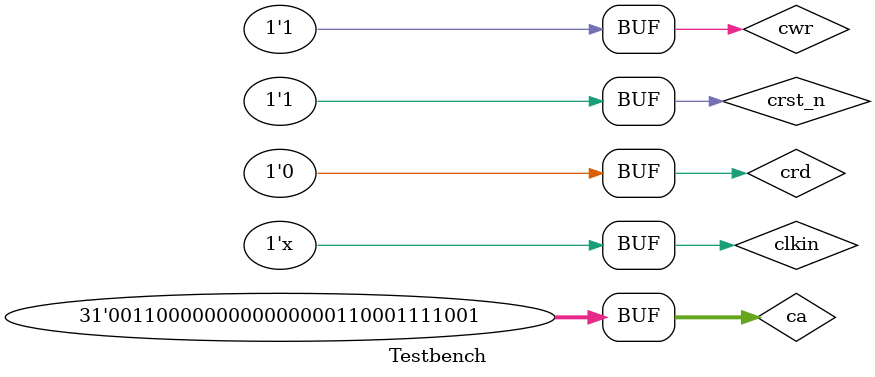
<source format=v>
module Testbench;

reg clkin = 0; 
reg crst_n, crd, cwr;
reg [30: 0] ca;
reg [3:0] cwdat;
wire [3:0] crdat;

wire [3:0] ddq;
wire ddqs_t, ddqs_c;
wire drst_n, clkout_t, clkout_c, cke;
wire [16:0] da;
wire dcs_n, dact_n;
wire [1:0] dbg, dba;
//pins for testing 
wire [3:0] curr_state;
wire [10:0] delay;
wire [15:0] rfsh_ctr;

always 
begin
	#10;
	clkin = ~clkin;
end

//turning the controller on/resetting it
initial 
begin
   crst_n = 0;
	#20;
	crst_n = 1;
end

always 
begin
//	#8041350; //includes only refresh-CPU clashes
	#8145690; //includes refresh-CPU clashes as well as only refresh
	ca[30:29] = 2'b01;
	ca[28:27] = 2'b11;
	ca[26:0]  = 3193;
	crd = 1;
	cwr = 0;
	#600;
	ca[30:29] = 2'b00;
	ca[28:27] = 2'b11;
	ca[26:0]  = 3193;
	crd = 0;
	cwr = 1;
end
ddr4_cont dut (clkin, crst_n, crd, cwr, ca, cwdat, crdat, ddq, ddqs_t, ddqs_c, drst_n, clkout_t, clkout_c, cke, da, dcs_n, dact_n, dbg, dba, curr_state, delay, rfsh_ctr);

endmodule
</source>
